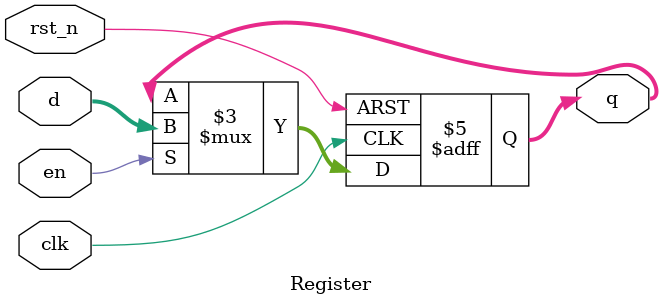
<source format=sv>
`timescale 1ns / 1ps


module Register #(
    parameter n = 4 // Width of the register
)(
    input logic [n-1:0] d,    // 4-bit input data
    input logic clk,        // Clock signal
    input logic rst_n,      // Asynchronous active-low reset
    input logic en,   // 
    output logic [n-1:0] q    // 4-bit output
);
always @(posedge clk , negedge rst_n)
begin 
  if (~rst_n)  //active low   
    q <= 1'b0;
      
  else if(en)
      q<= d;
end        
endmodule
</source>
